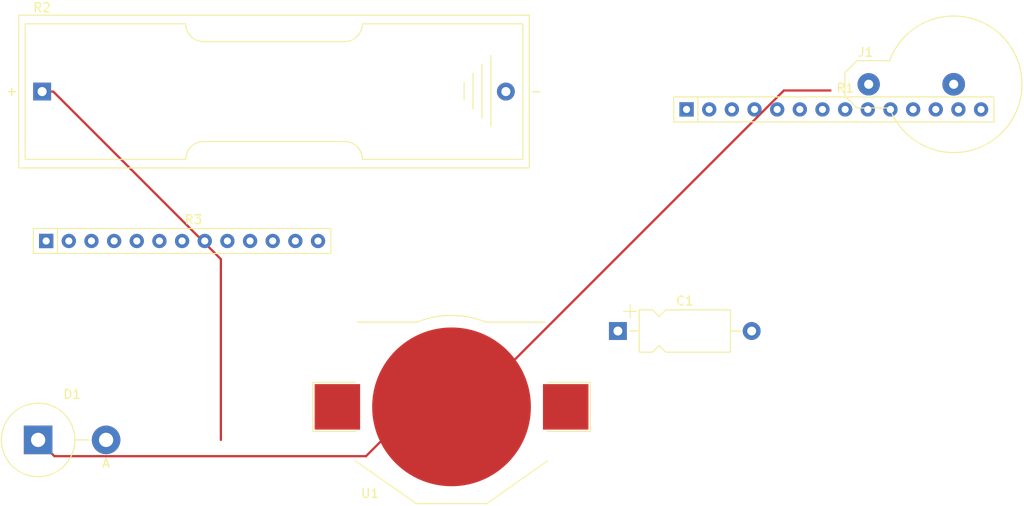
<source format=kicad_pcb>
(kicad_pcb (version 20171130) (host pcbnew 5.1.10-88a1d61d58~90~ubuntu21.04.1)

  (general
    (thickness 1.6)
    (drawings 0)
    (tracks 11)
    (zones 0)
    (modules 7)
    (nets 6)
  )

  (page A4)
  (layers
    (0 F.Cu signal)
    (31 B.Cu signal)
    (32 B.Adhes user)
    (33 F.Adhes user)
    (34 B.Paste user)
    (35 F.Paste user)
    (36 B.SilkS user)
    (37 F.SilkS user)
    (38 B.Mask user)
    (39 F.Mask user)
    (40 Dwgs.User user)
    (41 Cmts.User user)
    (42 Eco1.User user)
    (43 Eco2.User user)
    (44 Edge.Cuts user)
    (45 Margin user)
    (46 B.CrtYd user)
    (47 F.CrtYd user)
    (48 B.Fab user)
    (49 F.Fab user)
  )

  (setup
    (last_trace_width 0.25)
    (trace_clearance 0.2)
    (zone_clearance 0.508)
    (zone_45_only no)
    (trace_min 0.2)
    (via_size 0.8)
    (via_drill 0.4)
    (via_min_size 0.4)
    (via_min_drill 0.3)
    (uvia_size 0.3)
    (uvia_drill 0.1)
    (uvias_allowed no)
    (uvia_min_size 0.2)
    (uvia_min_drill 0.1)
    (edge_width 0.05)
    (segment_width 0.2)
    (pcb_text_width 0.3)
    (pcb_text_size 1.5 1.5)
    (mod_edge_width 0.12)
    (mod_text_size 1 1)
    (mod_text_width 0.15)
    (pad_size 1.524 1.524)
    (pad_drill 0.762)
    (pad_to_mask_clearance 0)
    (aux_axis_origin 0 0)
    (visible_elements FFFFFF7F)
    (pcbplotparams
      (layerselection 0x010fc_ffffffff)
      (usegerberextensions false)
      (usegerberattributes true)
      (usegerberadvancedattributes true)
      (creategerberjobfile true)
      (excludeedgelayer true)
      (linewidth 0.100000)
      (plotframeref false)
      (viasonmask false)
      (mode 1)
      (useauxorigin false)
      (hpglpennumber 1)
      (hpglpenspeed 20)
      (hpglpendiameter 15.000000)
      (psnegative false)
      (psa4output false)
      (plotreference true)
      (plotvalue true)
      (plotinvisibletext false)
      (padsonsilk false)
      (subtractmaskfromsilk false)
      (outputformat 1)
      (mirror false)
      (drillshape 1)
      (scaleselection 1)
      (outputdirectory ""))
  )

  (net 0 "")
  (net 1 "Net-(C1-Pad1)")
  (net 2 "Net-(C1-Pad2)")
  (net 3 "Net-(D1-Pad2)")
  (net 4 1)
  (net 5 +2V5)

  (net_class Default "This is the default net class."
    (clearance 0.2)
    (trace_width 0.25)
    (via_dia 0.8)
    (via_drill 0.4)
    (uvia_dia 0.3)
    (uvia_drill 0.1)
    (add_net +2V5)
    (add_net 1)
    (add_net "Net-(C1-Pad1)")
    (add_net "Net-(C1-Pad2)")
    (add_net "Net-(D1-Pad2)")
    (add_net "Net-(R2-Pad2)")
  )

  (module Resistor_THT:R_Array_SIP13 (layer F.Cu) (tedit 5A14249F) (tstamp 613167A3)
    (at 92.11 83.885417)
    (descr "13-pin Resistor SIP pack")
    (tags R)
    (path /61311BCB)
    (fp_text reference R3 (at 16.51 -2.4) (layer F.SilkS)
      (effects (font (size 1 1) (thickness 0.15)))
    )
    (fp_text value 1K (at 16.51 2.4) (layer F.Fab)
      (effects (font (size 1 1) (thickness 0.15)))
    )
    (fp_text user %R (at 15.24 0) (layer F.Fab)
      (effects (font (size 1 1) (thickness 0.15)))
    )
    (fp_line (start -1.29 -1.25) (end -1.29 1.25) (layer F.Fab) (width 0.1))
    (fp_line (start -1.29 1.25) (end 31.77 1.25) (layer F.Fab) (width 0.1))
    (fp_line (start 31.77 1.25) (end 31.77 -1.25) (layer F.Fab) (width 0.1))
    (fp_line (start 31.77 -1.25) (end -1.29 -1.25) (layer F.Fab) (width 0.1))
    (fp_line (start 1.27 -1.25) (end 1.27 1.25) (layer F.Fab) (width 0.1))
    (fp_line (start -1.44 -1.4) (end -1.44 1.4) (layer F.SilkS) (width 0.12))
    (fp_line (start -1.44 1.4) (end 31.92 1.4) (layer F.SilkS) (width 0.12))
    (fp_line (start 31.92 1.4) (end 31.92 -1.4) (layer F.SilkS) (width 0.12))
    (fp_line (start 31.92 -1.4) (end -1.44 -1.4) (layer F.SilkS) (width 0.12))
    (fp_line (start 1.27 -1.4) (end 1.27 1.4) (layer F.SilkS) (width 0.12))
    (fp_line (start -1.7 -1.65) (end -1.7 1.65) (layer F.CrtYd) (width 0.05))
    (fp_line (start -1.7 1.65) (end 32.2 1.65) (layer F.CrtYd) (width 0.05))
    (fp_line (start 32.2 1.65) (end 32.2 -1.65) (layer F.CrtYd) (width 0.05))
    (fp_line (start 32.2 -1.65) (end -1.7 -1.65) (layer F.CrtYd) (width 0.05))
    (pad 13 thru_hole oval (at 30.48 0) (size 1.6 1.6) (drill 0.8) (layers *.Cu *.Mask))
    (pad 12 thru_hole oval (at 27.94 0) (size 1.6 1.6) (drill 0.8) (layers *.Cu *.Mask))
    (pad 11 thru_hole oval (at 25.4 0) (size 1.6 1.6) (drill 0.8) (layers *.Cu *.Mask))
    (pad 10 thru_hole oval (at 22.86 0) (size 1.6 1.6) (drill 0.8) (layers *.Cu *.Mask))
    (pad 9 thru_hole oval (at 20.32 0) (size 1.6 1.6) (drill 0.8) (layers *.Cu *.Mask))
    (pad 8 thru_hole oval (at 17.78 0) (size 1.6 1.6) (drill 0.8) (layers *.Cu *.Mask))
    (pad 7 thru_hole oval (at 15.24 0) (size 1.6 1.6) (drill 0.8) (layers *.Cu *.Mask))
    (pad 6 thru_hole oval (at 12.7 0) (size 1.6 1.6) (drill 0.8) (layers *.Cu *.Mask))
    (pad 5 thru_hole oval (at 10.16 0) (size 1.6 1.6) (drill 0.8) (layers *.Cu *.Mask))
    (pad 4 thru_hole oval (at 7.62 0) (size 1.6 1.6) (drill 0.8) (layers *.Cu *.Mask))
    (pad 3 thru_hole oval (at 5.08 0) (size 1.6 1.6) (drill 0.8) (layers *.Cu *.Mask))
    (pad 2 thru_hole oval (at 2.54 0) (size 1.6 1.6) (drill 0.8) (layers *.Cu *.Mask)
      (net 1 "Net-(C1-Pad1)"))
    (pad 1 thru_hole rect (at 0 0) (size 1.6 1.6) (drill 0.8) (layers *.Cu *.Mask)
      (net 4 1))
    (model ${KISYS3DMOD}/Resistor_THT.3dshapes/R_Array_SIP13.wrl
      (at (xyz 0 0 0))
      (scale (xyz 1 1 1))
      (rotate (xyz 0 0 0))
    )
  )

  (module Resistor_THT:R_Array_SIP14 (layer F.Cu) (tedit 5A14249F) (tstamp 6131674C)
    (at 163.91 69.135884)
    (descr "14-pin Resistor SIP pack")
    (tags R)
    (path /61312086)
    (fp_text reference R1 (at 17.78 -2.4) (layer F.SilkS)
      (effects (font (size 1 1) (thickness 0.15)))
    )
    (fp_text value 1K (at 17.78 2.4) (layer F.Fab)
      (effects (font (size 1 1) (thickness 0.15)))
    )
    (fp_text user %R (at 16.51 0) (layer F.Fab)
      (effects (font (size 1 1) (thickness 0.15)))
    )
    (fp_line (start -1.29 -1.25) (end -1.29 1.25) (layer F.Fab) (width 0.1))
    (fp_line (start -1.29 1.25) (end 34.31 1.25) (layer F.Fab) (width 0.1))
    (fp_line (start 34.31 1.25) (end 34.31 -1.25) (layer F.Fab) (width 0.1))
    (fp_line (start 34.31 -1.25) (end -1.29 -1.25) (layer F.Fab) (width 0.1))
    (fp_line (start 1.27 -1.25) (end 1.27 1.25) (layer F.Fab) (width 0.1))
    (fp_line (start -1.44 -1.4) (end -1.44 1.4) (layer F.SilkS) (width 0.12))
    (fp_line (start -1.44 1.4) (end 34.46 1.4) (layer F.SilkS) (width 0.12))
    (fp_line (start 34.46 1.4) (end 34.46 -1.4) (layer F.SilkS) (width 0.12))
    (fp_line (start 34.46 -1.4) (end -1.44 -1.4) (layer F.SilkS) (width 0.12))
    (fp_line (start 1.27 -1.4) (end 1.27 1.4) (layer F.SilkS) (width 0.12))
    (fp_line (start -1.7 -1.65) (end -1.7 1.65) (layer F.CrtYd) (width 0.05))
    (fp_line (start -1.7 1.65) (end 34.75 1.65) (layer F.CrtYd) (width 0.05))
    (fp_line (start 34.75 1.65) (end 34.75 -1.65) (layer F.CrtYd) (width 0.05))
    (fp_line (start 34.75 -1.65) (end -1.7 -1.65) (layer F.CrtYd) (width 0.05))
    (pad 14 thru_hole oval (at 33.02 0) (size 1.6 1.6) (drill 0.8) (layers *.Cu *.Mask))
    (pad 13 thru_hole oval (at 30.48 0) (size 1.6 1.6) (drill 0.8) (layers *.Cu *.Mask))
    (pad 12 thru_hole oval (at 27.94 0) (size 1.6 1.6) (drill 0.8) (layers *.Cu *.Mask))
    (pad 11 thru_hole oval (at 25.4 0) (size 1.6 1.6) (drill 0.8) (layers *.Cu *.Mask))
    (pad 10 thru_hole oval (at 22.86 0) (size 1.6 1.6) (drill 0.8) (layers *.Cu *.Mask))
    (pad 9 thru_hole oval (at 20.32 0) (size 1.6 1.6) (drill 0.8) (layers *.Cu *.Mask))
    (pad 8 thru_hole oval (at 17.78 0) (size 1.6 1.6) (drill 0.8) (layers *.Cu *.Mask))
    (pad 7 thru_hole oval (at 15.24 0) (size 1.6 1.6) (drill 0.8) (layers *.Cu *.Mask))
    (pad 6 thru_hole oval (at 12.7 0) (size 1.6 1.6) (drill 0.8) (layers *.Cu *.Mask))
    (pad 5 thru_hole oval (at 10.16 0) (size 1.6 1.6) (drill 0.8) (layers *.Cu *.Mask))
    (pad 4 thru_hole oval (at 7.62 0) (size 1.6 1.6) (drill 0.8) (layers *.Cu *.Mask))
    (pad 3 thru_hole oval (at 5.08 0) (size 1.6 1.6) (drill 0.8) (layers *.Cu *.Mask))
    (pad 2 thru_hole oval (at 2.54 0) (size 1.6 1.6) (drill 0.8) (layers *.Cu *.Mask)
      (net 4 1))
    (pad 1 thru_hole rect (at 0 0) (size 1.6 1.6) (drill 0.8) (layers *.Cu *.Mask)
      (net 5 +2V5))
    (model ${KISYS3DMOD}/Resistor_THT.3dshapes/R_Array_SIP14.wrl
      (at (xyz 0 0 0))
      (scale (xyz 1 1 1))
      (rotate (xyz 0 0 0))
    )
  )

  (module Diode_THT:D_5KPW_P7.62mm_Vertical_AnodeUp (layer F.Cu) (tedit 5AE50CD5) (tstamp 613166F2)
    (at 91.21 106.187578)
    (descr "Diode, 5KPW series, Axial, Vertical, pin pitch=7.62mm, , length*diameter=9*8mm^2, , http://www.diodes.com/_files/packages/8686949.gif")
    (tags "Diode 5KPW series Axial Vertical pin pitch 7.62mm  length 9mm diameter 8mm")
    (path /613128D6)
    (fp_text reference D1 (at 3.81 -5.12) (layer F.SilkS)
      (effects (font (size 1 1) (thickness 0.15)))
    )
    (fp_text value LED (at 3.81 5.12) (layer F.Fab)
      (effects (font (size 1 1) (thickness 0.15)))
    )
    (fp_text user A (at 7.62 2.6) (layer F.SilkS)
      (effects (font (size 1 1) (thickness 0.15)))
    )
    (fp_text user A (at 7.62 2.6) (layer F.Fab)
      (effects (font (size 1 1) (thickness 0.15)))
    )
    (fp_text user %R (at 0 -2.1) (layer F.Fab)
      (effects (font (size 1 1) (thickness 0.15)))
    )
    (fp_circle (center 0 0) (end 4 0) (layer F.Fab) (width 0.1))
    (fp_circle (center 0 0) (end 4.12 0) (layer F.SilkS) (width 0.12))
    (fp_line (start 0 0) (end 7.62 0) (layer F.Fab) (width 0.1))
    (fp_line (start 4.12 0) (end 5.72 0) (layer F.SilkS) (width 0.12))
    (fp_line (start -4.25 -4.25) (end -4.25 4.25) (layer F.CrtYd) (width 0.05))
    (fp_line (start -4.25 4.25) (end 9.47 4.25) (layer F.CrtYd) (width 0.05))
    (fp_line (start 9.47 4.25) (end 9.47 -4.25) (layer F.CrtYd) (width 0.05))
    (fp_line (start 9.47 -4.25) (end -4.25 -4.25) (layer F.CrtYd) (width 0.05))
    (pad 2 thru_hole oval (at 7.62 0) (size 3.2 3.2) (drill 1.6) (layers *.Cu *.Mask)
      (net 3 "Net-(D1-Pad2)"))
    (pad 1 thru_hole rect (at 0 0) (size 3.2 3.2) (drill 1.6) (layers *.Cu *.Mask)
      (net 2 "Net-(C1-Pad2)"))
    (model ${KISYS3DMOD}/Diode_THT.3dshapes/D_5KPW_P7.62mm_Vertical_AnodeUp.wrl
      (at (xyz 0 0 0))
      (scale (xyz 1 1 1))
      (rotate (xyz 0 0 0))
    )
  )

  (module Capacitor_THT:CP_Axial_L10.0mm_D4.5mm_P15.00mm_Horizontal (layer F.Cu) (tedit 5AE50EF2) (tstamp 613166C3)
    (at 156.21 93.98)
    (descr "CP, Axial series, Axial, Horizontal, pin pitch=15mm, , length*diameter=10*4.5mm^2, Electrolytic Capacitor, , http://www.vishay.com/docs/28325/021asm.pdf")
    (tags "CP Axial series Axial Horizontal pin pitch 15mm  length 10mm diameter 4.5mm Electrolytic Capacitor")
    (path /613132CD)
    (fp_text reference C1 (at 7.5 -3.37) (layer F.SilkS)
      (effects (font (size 1 1) (thickness 0.15)))
    )
    (fp_text value 1Uf (at 7.5 3.37) (layer F.Fab)
      (effects (font (size 1 1) (thickness 0.15)))
    )
    (fp_text user %R (at 7.5 0) (layer F.Fab)
      (effects (font (size 1 1) (thickness 0.15)))
    )
    (fp_line (start 2.5 -2.25) (end 2.5 2.25) (layer F.Fab) (width 0.1))
    (fp_line (start 12.5 -2.25) (end 12.5 2.25) (layer F.Fab) (width 0.1))
    (fp_line (start 2.5 -2.25) (end 3.88 -2.25) (layer F.Fab) (width 0.1))
    (fp_line (start 3.88 -2.25) (end 4.63 -1.5) (layer F.Fab) (width 0.1))
    (fp_line (start 4.63 -1.5) (end 5.38 -2.25) (layer F.Fab) (width 0.1))
    (fp_line (start 5.38 -2.25) (end 12.5 -2.25) (layer F.Fab) (width 0.1))
    (fp_line (start 2.5 2.25) (end 3.88 2.25) (layer F.Fab) (width 0.1))
    (fp_line (start 3.88 2.25) (end 4.63 1.5) (layer F.Fab) (width 0.1))
    (fp_line (start 4.63 1.5) (end 5.38 2.25) (layer F.Fab) (width 0.1))
    (fp_line (start 5.38 2.25) (end 12.5 2.25) (layer F.Fab) (width 0.1))
    (fp_line (start 0 0) (end 2.5 0) (layer F.Fab) (width 0.1))
    (fp_line (start 15 0) (end 12.5 0) (layer F.Fab) (width 0.1))
    (fp_line (start 3.9 0) (end 5.4 0) (layer F.Fab) (width 0.1))
    (fp_line (start 4.65 -0.75) (end 4.65 0.75) (layer F.Fab) (width 0.1))
    (fp_line (start 0.63 -2.2) (end 2.13 -2.2) (layer F.SilkS) (width 0.12))
    (fp_line (start 1.38 -2.95) (end 1.38 -1.45) (layer F.SilkS) (width 0.12))
    (fp_line (start 2.38 -2.37) (end 2.38 2.37) (layer F.SilkS) (width 0.12))
    (fp_line (start 12.62 -2.37) (end 12.62 2.37) (layer F.SilkS) (width 0.12))
    (fp_line (start 2.38 -2.37) (end 3.88 -2.37) (layer F.SilkS) (width 0.12))
    (fp_line (start 3.88 -2.37) (end 4.63 -1.62) (layer F.SilkS) (width 0.12))
    (fp_line (start 4.63 -1.62) (end 5.38 -2.37) (layer F.SilkS) (width 0.12))
    (fp_line (start 5.38 -2.37) (end 12.62 -2.37) (layer F.SilkS) (width 0.12))
    (fp_line (start 2.38 2.37) (end 3.88 2.37) (layer F.SilkS) (width 0.12))
    (fp_line (start 3.88 2.37) (end 4.63 1.62) (layer F.SilkS) (width 0.12))
    (fp_line (start 4.63 1.62) (end 5.38 2.37) (layer F.SilkS) (width 0.12))
    (fp_line (start 5.38 2.37) (end 12.62 2.37) (layer F.SilkS) (width 0.12))
    (fp_line (start 1.24 0) (end 2.38 0) (layer F.SilkS) (width 0.12))
    (fp_line (start 13.76 0) (end 12.62 0) (layer F.SilkS) (width 0.12))
    (fp_line (start -1.25 -2.5) (end -1.25 2.5) (layer F.CrtYd) (width 0.05))
    (fp_line (start -1.25 2.5) (end 16.25 2.5) (layer F.CrtYd) (width 0.05))
    (fp_line (start 16.25 2.5) (end 16.25 -2.5) (layer F.CrtYd) (width 0.05))
    (fp_line (start 16.25 -2.5) (end -1.25 -2.5) (layer F.CrtYd) (width 0.05))
    (pad 2 thru_hole oval (at 15 0) (size 2 2) (drill 1) (layers *.Cu *.Mask)
      (net 2 "Net-(C1-Pad2)"))
    (pad 1 thru_hole rect (at 0 0) (size 2 2) (drill 1) (layers *.Cu *.Mask)
      (net 1 "Net-(C1-Pad1)"))
    (model ${KISYS3DMOD}/Capacitor_THT.3dshapes/CP_Axial_L10.0mm_D4.5mm_P15.00mm_Horizontal.wrl
      (at (xyz 0 0 0))
      (scale (xyz 1 1 1))
      (rotate (xyz 0 0 0))
    )
  )

  (module Battery:BatteryHolder_Keystone_3002_1x2032 (layer F.Cu) (tedit 5D9C7E9A) (tstamp 61317102)
    (at 137.56 102.482929)
    (descr https://www.tme.eu/it/Document/a823211ec201a9e209042d155fe22d2b/KEYS2996.pdf)
    (tags "BR2016 CR2016 DL2016 BR2020 CL2020 BR2025 CR2025 DL2025 DR2032 CR2032 DL2032")
    (path /613102D9)
    (attr smd)
    (fp_text reference U1 (at -9.15 9.7) (layer F.SilkS)
      (effects (font (size 1 1) (thickness 0.15)))
    )
    (fp_text value LM555xMM (at 0 -11) (layer F.Fab)
      (effects (font (size 1 1) (thickness 0.15)))
    )
    (fp_line (start -15.35 -2.55) (end -15.35 2.55) (layer F.Fab) (width 0.1))
    (fp_line (start -15.35 2.55) (end -10.55 2.55) (layer F.Fab) (width 0.1))
    (fp_line (start -15.35 -2.55) (end -10.55 -2.55) (layer F.Fab) (width 0.1))
    (fp_line (start -10.55 2.55) (end -10.55 5.85) (layer F.Fab) (width 0.1))
    (fp_line (start 10.55 2.55) (end 10.55 5.9) (layer F.Fab) (width 0.1))
    (fp_line (start -3.8 10.6) (end 3.8 10.6) (layer F.Fab) (width 0.1))
    (fp_line (start 10.55 2.55) (end 15.35 2.55) (layer F.Fab) (width 0.1))
    (fp_line (start 15.35 2.55) (end 15.35 -2.55) (layer F.Fab) (width 0.1))
    (fp_line (start 15.35 -2.55) (end 10.55 -2.55) (layer F.Fab) (width 0.1))
    (fp_line (start 10.55 -2.55) (end 10.55 -9.3) (layer F.Fab) (width 0.1))
    (fp_line (start 10.55 -9.3) (end -10.55 -9.3) (layer F.Fab) (width 0.1))
    (fp_line (start -10.55 -2.55) (end -10.55 -9.3) (layer F.Fab) (width 0.1))
    (fp_line (start -10.55 5.85) (end -3.8 10.6) (layer F.Fab) (width 0.1))
    (fp_line (start -10.8 6.05) (end -3.95 10.85) (layer F.SilkS) (width 0.12))
    (fp_line (start -3.95 10.85) (end 3.95 10.85) (layer F.SilkS) (width 0.12))
    (fp_line (start 3.95 10.85) (end 10.75 6.05) (layer F.SilkS) (width 0.12))
    (fp_line (start 10.55 5.9) (end 3.8 10.6) (layer F.Fab) (width 0.1))
    (fp_circle (center 0 0) (end 10 0) (layer Dwgs.User) (width 0.2))
    (fp_line (start -10.55 -9.5) (end -3.85 -9.5) (layer F.SilkS) (width 0.12))
    (fp_line (start 10.55 -9.5) (end 3.85 -9.5) (layer F.SilkS) (width 0.12))
    (fp_line (start -15.85 -3.05) (end -11.05 -3.05) (layer F.CrtYd) (width 0.05))
    (fp_line (start -11.05 -3.05) (end -11.05 -9.8) (layer F.CrtYd) (width 0.05))
    (fp_line (start -11.05 -9.8) (end -3.9 -9.8) (layer F.CrtYd) (width 0.05))
    (fp_line (start 11.05 -9.8) (end 3.9 -9.8) (layer F.CrtYd) (width 0.05))
    (fp_line (start 11.05 -9.8) (end 11.05 -3.05) (layer F.CrtYd) (width 0.05))
    (fp_line (start 11.05 -3.05) (end 15.85 -3.05) (layer F.CrtYd) (width 0.05))
    (fp_line (start 15.85 -3.05) (end 15.85 3.05) (layer F.CrtYd) (width 0.05))
    (fp_line (start 15.85 3.05) (end 11.05 3.05) (layer F.CrtYd) (width 0.05))
    (fp_line (start 11.05 3.05) (end 11.05 6.35) (layer F.CrtYd) (width 0.05))
    (fp_line (start 11.05 6.35) (end 4.3 11.1) (layer F.CrtYd) (width 0.05))
    (fp_line (start 4.3 11.1) (end -4.3 11.1) (layer F.CrtYd) (width 0.05))
    (fp_line (start -4.3 11.1) (end -11.05 6.35) (layer F.CrtYd) (width 0.05))
    (fp_line (start -11.05 6.35) (end -11.05 3.05) (layer F.CrtYd) (width 0.05))
    (fp_line (start -11.05 3.05) (end -15.85 3.05) (layer F.CrtYd) (width 0.05))
    (fp_line (start -15.85 3.05) (end -15.85 -3.05) (layer F.CrtYd) (width 0.05))
    (fp_line (start -10.75 -2.75) (end -15.55 -2.75) (layer F.SilkS) (width 0.12))
    (fp_line (start -15.55 -2.75) (end -15.55 2.75) (layer F.SilkS) (width 0.12))
    (fp_line (start -15.55 2.75) (end -10.75 2.75) (layer F.SilkS) (width 0.12))
    (fp_line (start 10.75 2.75) (end 15.55 2.75) (layer F.SilkS) (width 0.12))
    (fp_line (start 15.55 2.75) (end 15.55 -2.75) (layer F.SilkS) (width 0.12))
    (fp_line (start 15.55 -2.75) (end 10.75 -2.75) (layer F.SilkS) (width 0.12))
    (fp_arc (start 0 0) (end 3.85 -9.5) (angle -44.1) (layer F.SilkS) (width 0.12))
    (fp_arc (start 0 0) (end 3.9 -9.8) (angle -43.40107348) (layer F.CrtYd) (width 0.05))
    (fp_text user %R (at -9.15 9.7) (layer F.Fab)
      (effects (font (size 1 1) (thickness 0.15)))
    )
    (pad 2 smd circle (at 0 0) (size 17.8 17.8) (layers F.Cu F.Mask)
      (net 1 "Net-(C1-Pad1)"))
    (pad 1 smd rect (at -12.8 0) (size 5.1 5.1) (layers F.Cu F.Paste F.Mask)
      (net 2 "Net-(C1-Pad2)"))
    (pad 1 smd rect (at 12.8 0) (size 5.1 5.1) (layers F.Cu F.Paste F.Mask)
      (net 2 "Net-(C1-Pad2)"))
    (model ${KISYS3DMOD}/Battery.3dshapes/BatteryHolder_Keystone_3002_1x2032.wrl
      (at (xyz 0 0 0))
      (scale (xyz 1 1 1))
      (rotate (xyz 0 0 0))
    )
  )

  (module Battery:BatteryHolder_Keystone_2460_1xAA (layer F.Cu) (tedit 5DBEA3CC) (tstamp 61316773)
    (at 91.66 67.135417)
    (descr https://www.keyelco.com/product-pdf.cfm?p=1025)
    (tags "AA battery cell holder")
    (path /61310E9F)
    (fp_text reference R2 (at -0.02 -9.42 180) (layer F.SilkS)
      (effects (font (size 1 1) (thickness 0.15)))
    )
    (fp_text value 470 (at 24.5 0 180) (layer F.Fab)
      (effects (font (size 1 1) (thickness 0.15)))
    )
    (fp_line (start 54.5 8.445) (end 54.5 -8.445) (layer F.Fab) (width 0.1))
    (fp_line (start -2.5 8.445) (end 54.5 8.445) (layer F.Fab) (width 0.1))
    (fp_line (start -2.5 -8.445) (end -2.5 8.445) (layer F.Fab) (width 0.1))
    (fp_line (start 54.5 -8.445) (end -2.5 -8.445) (layer F.Fab) (width 0.1))
    (fp_line (start -2.75 8.7) (end -2.75 -8.7) (layer F.CrtYd) (width 0.05))
    (fp_line (start -2.75 -8.7) (end 54.75 -8.7) (layer F.CrtYd) (width 0.05))
    (fp_line (start 54.75 -8.7) (end 54.75 8.7) (layer F.CrtYd) (width 0.05))
    (fp_line (start 54.75 8.7) (end -2.75 8.7) (layer F.CrtYd) (width 0.05))
    (fp_line (start 48.31 -2.06) (end 48.31 1.94) (layer F.SilkS) (width 0.12))
    (fp_line (start 49.31 2.94) (end 49.31 -3.06) (layer F.SilkS) (width 0.12))
    (fp_line (start 50.31 -4.06) (end 50.31 3.94) (layer F.SilkS) (width 0.12))
    (fp_line (start 47.31 -1.06) (end 47.31 0.94) (layer F.SilkS) (width 0.12))
    (fp_line (start 54.62 -8.565) (end 54.62 8.565) (layer F.SilkS) (width 0.12))
    (fp_line (start 54.62 8.565) (end -2.62 8.565) (layer F.SilkS) (width 0.12))
    (fp_line (start -2.62 8.565) (end -2.62 -8.565) (layer F.SilkS) (width 0.12))
    (fp_line (start -2.62 -8.565) (end 54.62 -8.565) (layer F.SilkS) (width 0.12))
    (fp_line (start -1.9 -7.6) (end -1.9 7.6) (layer F.SilkS) (width 0.12))
    (fp_line (start -1.9 7.6) (end 16.1 7.6) (layer F.SilkS) (width 0.12))
    (fp_line (start 53.9 -7.6) (end 53.9 7.6) (layer F.SilkS) (width 0.12))
    (fp_line (start -1.9 -7.6) (end 16.1 -7.6) (layer F.SilkS) (width 0.12))
    (fp_line (start 35.9 -7.6) (end 53.9 -7.6) (layer F.SilkS) (width 0.12))
    (fp_line (start 35.9 7.6) (end 53.9 7.6) (layer F.SilkS) (width 0.12))
    (fp_line (start 18.1 -5.6) (end 33.9 -5.6) (layer F.SilkS) (width 0.12))
    (fp_line (start 33.9 5.6) (end 18.1 5.6) (layer F.SilkS) (width 0.12))
    (fp_text user + (at -3.4 -0.06) (layer F.SilkS)
      (effects (font (size 1 1) (thickness 0.15)))
    )
    (fp_text user - (at 55.37 -0.06) (layer F.SilkS)
      (effects (font (size 1 1) (thickness 0.15)))
    )
    (fp_text user %R (at 0.01 -0.06) (layer F.Fab)
      (effects (font (size 1 1) (thickness 0.15)))
    )
    (fp_arc (start 18.1 7.6) (end 18.1 5.6) (angle -90) (layer F.SilkS) (width 0.12))
    (fp_arc (start 33.9 7.6) (end 35.9 7.6) (angle -90) (layer F.SilkS) (width 0.12))
    (fp_arc (start 33.9 -7.6) (end 33.9 -5.6) (angle -90) (layer F.SilkS) (width 0.12))
    (fp_arc (start 18.1 -7.6) (end 16.1 -7.6) (angle -90) (layer F.SilkS) (width 0.12))
    (pad 1 thru_hole rect (at 0 0 180) (size 2 2) (drill 1.02) (layers *.Cu *.Mask)
      (net 3 "Net-(D1-Pad2)"))
    (pad 2 thru_hole circle (at 51.99 0 180) (size 2 2) (drill 1.02) (layers *.Cu *.Mask))
    (pad "" np_thru_hole circle (at 49.23 5.995) (size 2.64 2.64) (drill 2.64) (layers *.Cu *.Mask))
    (pad "" np_thru_hole circle (at 2.75 -5.995 90) (size 2.64 2.64) (drill 2.64) (layers *.Cu *.Mask))
    (model ${KISYS3DMOD}/Battery.3dshapes/BatteryHolder_Keystone_2460_1xAA.wrl
      (at (xyz 0 0 0))
      (scale (xyz 1 1 1))
      (rotate (xyz 0 0 0))
    )
  )

  (module Battery:BatteryHolder_Keystone_500 (layer F.Cu) (tedit 5C1118DA) (tstamp 6131670E)
    (at 184.33 66.318627)
    (descr "Keystone #500, CR1220 battery holder, http://www.keyelco.com/product-pdf.cfm?p=710")
    (tags "CR1220 battery holder")
    (path /61328CB5)
    (fp_text reference J1 (at -0.35 -3.6) (layer F.SilkS)
      (effects (font (size 1 1) (thickness 0.15)))
    )
    (fp_text value IN (at 9.55 8.85) (layer F.Fab)
      (effects (font (size 1 1) (thickness 0.15)))
    )
    (fp_circle (center 9.53 0) (end 2.41 2.54) (layer F.Fab) (width 0.1))
    (fp_circle (center 9.53 0) (end 3.94 0) (layer F.Fab) (width 0.1))
    (fp_line (start 13.08 4.32) (end 14.61 5.59) (layer F.Fab) (width 0.1))
    (fp_line (start 13.08 -4.32) (end 14.61 -5.59) (layer F.Fab) (width 0.1))
    (fp_line (start -2.54 -1.27) (end -1.27 -2.54) (layer F.Fab) (width 0.1))
    (fp_line (start -2.54 1.27) (end -2.54 -1.27) (layer F.Fab) (width 0.1))
    (fp_line (start -1.27 2.54) (end -2.54 1.27) (layer F.Fab) (width 0.1))
    (fp_line (start -1.27 -2.54) (end 2.41 -2.54) (layer F.Fab) (width 0.1))
    (fp_line (start -1.27 2.54) (end 2.41 2.54) (layer F.Fab) (width 0.1))
    (fp_line (start -1.32 -2.65) (end 2.33 -2.65) (layer F.SilkS) (width 0.12))
    (fp_line (start -2.67 -1.3) (end -1.32 -2.65) (layer F.SilkS) (width 0.12))
    (fp_line (start -2.67 1.3) (end -2.67 -1.3) (layer F.SilkS) (width 0.12))
    (fp_line (start -1.32 2.65) (end -2.67 1.3) (layer F.SilkS) (width 0.12))
    (fp_line (start 2.33 2.65) (end -1.32 2.65) (layer F.SilkS) (width 0.12))
    (fp_line (start -1.47 -2.85) (end 2.18 -2.85) (layer F.CrtYd) (width 0.05))
    (fp_line (start -2.92 -1.4) (end -1.47 -2.85) (layer F.CrtYd) (width 0.05))
    (fp_line (start -2.92 1.45) (end -2.92 -1.4) (layer F.CrtYd) (width 0.05))
    (fp_line (start -1.42 2.95) (end -2.92 1.45) (layer F.CrtYd) (width 0.05))
    (fp_line (start 2.23 2.95) (end -1.42 2.95) (layer F.CrtYd) (width 0.05))
    (fp_arc (start 9.53 0) (end 2.33 -2.6) (angle 320) (layer F.SilkS) (width 0.12))
    (fp_arc (start 9.53 0) (end 2.18 -2.85) (angle 317) (layer F.CrtYd) (width 0.05))
    (fp_text user %R (at 7.275 0) (layer F.Fab)
      (effects (font (size 1 1) (thickness 0.15)))
    )
    (pad 2 thru_hole circle (at 9.53 0) (size 2.54 2.54) (drill 1.02) (layers *.Cu *.Mask)
      (net 5 +2V5))
    (pad 1 thru_hole circle (at 0 0) (size 2.5 2.5) (drill 1.02) (layers *.Cu *.Mask)
      (net 2 "Net-(C1-Pad2)"))
    (model ${KISYS3DMOD}/Battery.3dshapes/BatteryHolder_Keystone_500.wrl
      (at (xyz 0 0 0))
      (scale (xyz 1 1 1))
      (rotate (xyz 0 0 0))
    )
  )

  (segment (start 127.970348 108.012579) (end 134.382927 101.6) (width 0.25) (layer F.Cu) (net 2))
  (segment (start 93.035001 108.012579) (end 127.970348 108.012579) (width 0.25) (layer F.Cu) (net 2))
  (segment (start 91.21 106.187578) (end 93.035001 108.012579) (width 0.25) (layer F.Cu) (net 2))
  (segment (start 140.745001 100.957928) (end 140.810001 101.022928) (width 0.25) (layer F.Cu) (net 2))
  (segment (start 135.024999 100.957928) (end 140.745001 100.957928) (width 0.25) (layer F.Cu) (net 2))
  (segment (start 134.382927 101.6) (end 135.024999 100.957928) (width 0.25) (layer F.Cu) (net 2))
  (segment (start 174.822046 67.010883) (end 180.040883 67.010883) (width 0.25) (layer F.Cu) (net 2))
  (segment (start 140.810001 101.022928) (end 174.822046 67.010883) (width 0.25) (layer F.Cu) (net 2))
  (segment (start 111.7 85.925417) (end 111.7 106.187578) (width 0.25) (layer F.Cu) (net 3))
  (segment (start 92.91 67.135417) (end 111.7 85.925417) (width 0.25) (layer F.Cu) (net 3))
  (segment (start 91.66 67.135417) (end 92.91 67.135417) (width 0.25) (layer F.Cu) (net 3))

)

</source>
